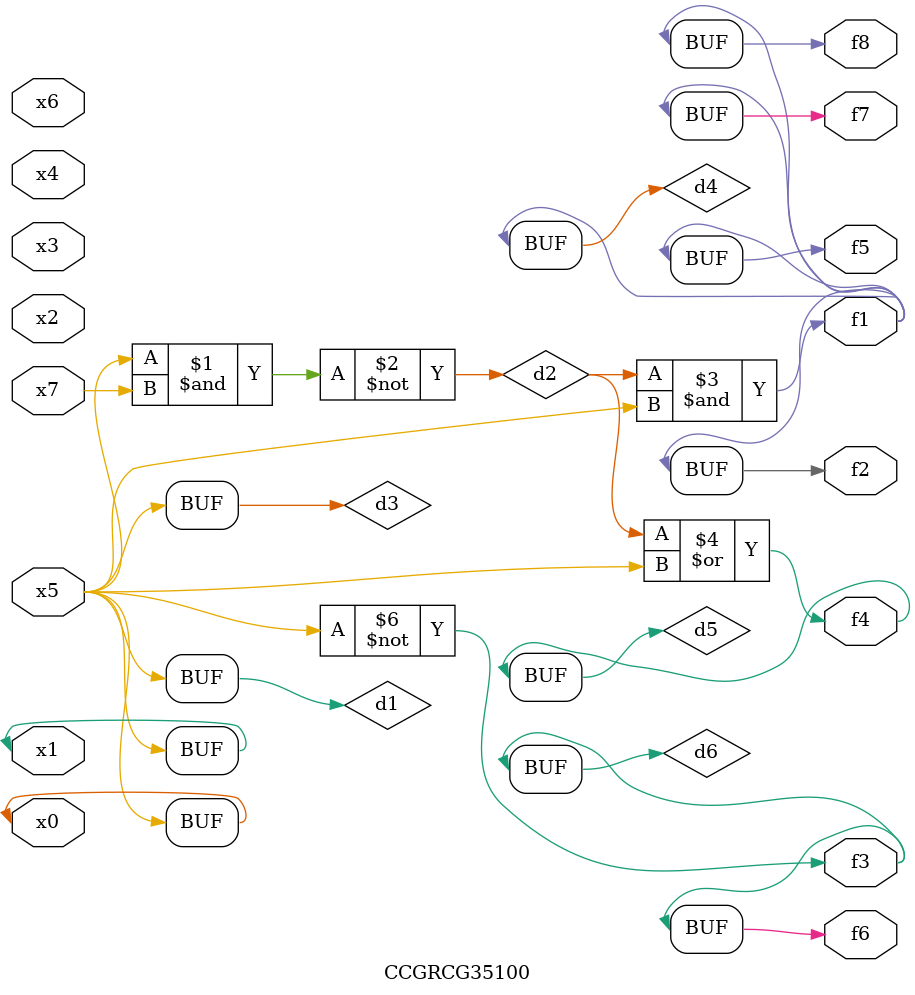
<source format=v>
module CCGRCG35100(
	input x0, x1, x2, x3, x4, x5, x6, x7,
	output f1, f2, f3, f4, f5, f6, f7, f8
);

	wire d1, d2, d3, d4, d5, d6;

	buf (d1, x0, x5);
	nand (d2, x5, x7);
	buf (d3, x0, x1);
	and (d4, d2, d3);
	or (d5, d2, d3);
	nor (d6, d1, d3);
	assign f1 = d4;
	assign f2 = d4;
	assign f3 = d6;
	assign f4 = d5;
	assign f5 = d4;
	assign f6 = d6;
	assign f7 = d4;
	assign f8 = d4;
endmodule

</source>
